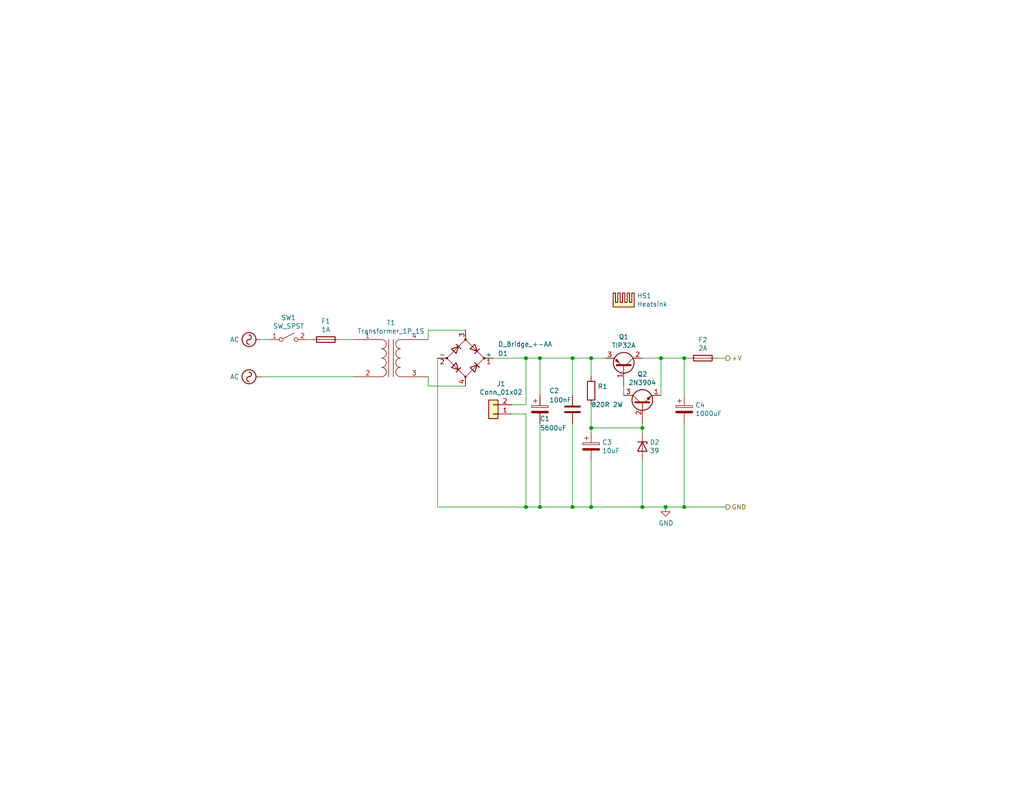
<source format=kicad_sch>
(kicad_sch (version 20230121) (generator eeschema)
  (paper "USLetter")
  (title_block (title "EL CHEAPO") (date "2021-01-05") (rev "0.1") (company "JDC") (comment 1 "Author: John Convertino"))
  (lib_symbols
    (symbol "Connector_Generic:Conn_01x02" (pin_names (offset 1.016) hide)
      (property "Reference" "J" (at 0 2.54 0))
      (property "Value" "Conn_01x02" (at 0 -5.08 0))
      (symbol "Conn_01x02_1_1"
        (rectangle (start -1.27 -2.413) (end 0 -2.667) (stroke (width 0.1524)))
        (rectangle (start -1.27 0.127) (end 0 -0.127) (stroke (width 0.1524)))
        (rectangle (start -1.27 1.27) (end 1.27 -3.81) (stroke (width 0.254)) (fill (type background)))
        (pin passive line (at -5.08 0 0) (length 3.81) (name "Pin_1") (number "1"))
        (pin passive line (at -5.08 -2.54 0) (length 3.81) (name "Pin_2") (number "2"))
      )
    )
    (symbol "Device:C" (pin_numbers hide) (pin_names (offset 0.254))
      (property "Reference" "C" (at 0.635 2.54 0))
      (property "Value" "C" (at 0.635 -2.54 0))
      (symbol "C_0_1"
        (polyline (pts (xy -2.032 -0.762) (xy 2.032 -0.762)) (stroke (width 0.508)))
        (polyline (pts (xy -2.032 0.762) (xy 2.032 0.762)) (stroke (width 0.508)))
      )
      (symbol "C_1_1"
        (pin passive line (at 0 3.81 270) (length 2.794) (name "~") (number "1"))
        (pin passive line (at 0 -3.81 90) (length 2.794) (name "~") (number "2"))
      )
    )
    (symbol "Device:D_Bridge_+-AA" (pin_names (offset 0))
      (property "Reference" "D" (at 2.54 6.985 0))
      (property "Value" "D_Bridge_+-AA" (at 2.54 5.08 0))
      (symbol "D_Bridge_+-AA_0_1"
        (circle (center -5.08 0) (radius 0.254) (fill (type outline)))
        (circle (center 0 -5.08) (radius 0.254) (fill (type outline)))
        (polyline (pts (xy -2.54 3.81) (xy -1.27 2.54)) (stroke (width 0.254)))
        (polyline (pts (xy -1.27 -2.54) (xy -2.54 -3.81)) (stroke (width 0.254)))
        (polyline (pts (xy 2.54 -1.27) (xy 3.81 -2.54)) (stroke (width 0.254)))
        (polyline (pts (xy 2.54 1.27) (xy 3.81 2.54)) (stroke (width 0.254)))
        (polyline (pts (xy -3.81 2.54) (xy -2.54 1.27) (xy -1.905 3.175) (xy -3.81 2.54)) (stroke (width 0.254)))
        (polyline (pts (xy -2.54 -1.27) (xy -3.81 -2.54) (xy -1.905 -3.175) (xy -2.54 -1.27)) (stroke (width 0.254)))
        (polyline (pts (xy 1.27 2.54) (xy 2.54 3.81) (xy 3.175 1.905) (xy 1.27 2.54)) (stroke (width 0.254)))
        (polyline (pts (xy 3.175 -1.905) (xy 1.27 -2.54) (xy 2.54 -3.81) (xy 3.175 -1.905)) (stroke (width 0.254)))
        (polyline (pts (xy -5.08 0) (xy 0 -5.08) (xy 5.08 0) (xy 0 5.08) (xy -5.08 0)))
        (circle (center 0 5.08) (radius 0.254) (fill (type outline)))
        (circle (center 5.08 0) (radius 0.254) (fill (type outline)))
      )
      (symbol "D_Bridge_+-AA_1_1"
        (pin passive line (at 7.62 0 180) (length 2.54) (name "+") (number "1"))
        (pin passive line (at -7.62 0 0) (length 2.54) (name "-") (number "2"))
        (pin passive line (at 0 7.62 270) (length 2.54) (name "~") (number "3"))
        (pin passive line (at 0 -7.62 90) (length 2.54) (name "~") (number "4"))
      )
    )
    (symbol "Device:D_Zener" (pin_numbers hide) (pin_names (offset 1.016) hide)
      (property "Reference" "D" (at 0 2.54 0))
      (property "Value" "D_Zener" (at 0 -2.54 0))
      (symbol "D_Zener_0_1"
        (polyline (pts (xy 1.27 0) (xy -1.27 0)))
        (polyline (pts (xy -1.27 -1.27) (xy -1.27 1.27) (xy -0.762 1.27)) (stroke (width 0.254)))
        (polyline (pts (xy 1.27 -1.27) (xy 1.27 1.27) (xy -1.27 0) (xy 1.27 -1.27)) (stroke (width 0.254)))
      )
      (symbol "D_Zener_1_1"
        (pin passive line (at -3.81 0 0) (length 2.54) (name "K") (number "1"))
        (pin passive line (at 3.81 0 180) (length 2.54) (name "A") (number "2"))
      )
    )
    (symbol "Device:Fuse" (pin_numbers hide) (pin_names (offset 0))
      (property "Reference" "F" (at 2.032 0 90))
      (property "Value" "Fuse" (at -1.905 0 90))
      (symbol "Fuse_0_1"
        (rectangle (start -0.762 -2.54) (end 0.762 2.54) (stroke (width 0.254)))
        (polyline (pts (xy 0 2.54) (xy 0 -2.54)))
      )
      (symbol "Fuse_1_1"
        (pin passive line (at 0 3.81 270) (length 1.27) (name "~") (number "1"))
        (pin passive line (at 0 -3.81 90) (length 1.27) (name "~") (number "2"))
      )
    )
    (symbol "Device:R" (pin_numbers hide) (pin_names (offset 0))
      (property "Reference" "R" (at 2.032 0 90))
      (property "Value" "R" (at 0 0 90))
      (symbol "R_0_1"
        (rectangle (start -1.016 -2.54) (end 1.016 2.54) (stroke (width 0.254)))
      )
      (symbol "R_1_1"
        (pin passive line (at 0 3.81 270) (length 1.27) (name "~") (number "1"))
        (pin passive line (at 0 -3.81 90) (length 1.27) (name "~") (number "2"))
      )
    )
    (symbol "Device:Transformer_1P_1S" (pin_names (offset 1.016) hide)
      (property "Reference" "T" (at 0 6.35 0))
      (property "Value" "Transformer_1P_1S" (at 0 -7.62 0))
      (symbol "Transformer_1P_1S_0_1"
        (arc (start -2.54 -5.0546) (mid -1.6599 -4.6901) (end -1.27 -3.81))
        (arc (start -2.54 -2.5146) (mid -1.6599 -2.1501) (end -1.27 -1.27))
        (arc (start -2.54 0.0254) (mid -1.6599 0.3899) (end -1.27 1.27))
        (arc (start -2.54 2.5654) (mid -1.6599 2.9299) (end -1.27 3.81))
        (arc (start -1.27 -3.81) (mid -1.642 -2.912) (end -2.54 -2.54))
        (arc (start -1.27 -1.27) (mid -1.642 -0.372) (end -2.54 0))
        (arc (start -1.27 1.27) (mid -1.642 2.168) (end -2.54 2.54))
        (arc (start -1.27 3.81) (mid -1.642 4.708) (end -2.54 5.08))
        (polyline (pts (xy -0.635 5.08) (xy -0.635 -5.08)))
        (polyline (pts (xy 0.635 -5.08) (xy 0.635 5.08)))
        (arc (start 1.2954 -1.27) (mid 1.6599 -2.1501) (end 2.54 -2.5146))
        (arc (start 1.2954 1.27) (mid 1.6599 0.3899) (end 2.54 0.0254))
        (arc (start 1.2954 3.81) (mid 1.6599 2.9299) (end 2.54 2.5654))
        (arc (start 1.3208 -3.81) (mid 1.6853 -4.6901) (end 2.5654 -5.0546))
        (arc (start 2.54 0) (mid 1.642 -0.372) (end 1.2954 -1.27))
        (arc (start 2.54 2.54) (mid 1.642 2.168) (end 1.2954 1.27))
        (arc (start 2.54 5.08) (mid 1.642 4.708) (end 1.2954 3.81))
        (arc (start 2.5654 -2.54) (mid 1.6674 -2.912) (end 1.3208 -3.81))
      )
      (symbol "Transformer_1P_1S_1_1"
        (pin passive line (at -10.16 5.08 0) (length 7.62) (name "AA") (number "1"))
        (pin passive line (at -10.16 -5.08 0) (length 7.62) (name "AB") (number "2"))
        (pin passive line (at 10.16 -5.08 180) (length 7.62) (name "SA") (number "3"))
        (pin passive line (at 10.16 5.08 180) (length 7.62) (name "SB") (number "4"))
      )
    )
    (symbol "Mechanical:Heatsink" (pin_names (offset 1.016))
      (property "Reference" "HS" (at 0 5.08 0))
      (property "Value" "Heatsink" (at 0 -1.27 0))
      (symbol "Heatsink_0_1"
        (polyline (pts (xy -0.3302 1.27) (xy -0.9652 1.27) (xy -0.9652 3.81) (xy -1.6002 3.81) (xy -1.6002 1.27) (xy -2.2352 1.27) (xy -2.2352 3.81) (xy -2.8702 3.81) (xy -2.8702 0) (xy -0.9652 0)) (stroke (width 0.254)) (fill (type background)))
        (polyline (pts (xy -0.3302 1.27) (xy -0.3302 3.81) (xy 0.3048 3.81) (xy 0.3048 1.27) (xy 0.9398 1.27) (xy 0.9398 3.81) (xy 1.5748 3.81) (xy 1.5748 1.27) (xy 2.2098 1.27) (xy 2.2098 3.81) (xy 2.8448 3.81) (xy 2.8448 0) (xy -0.9652 0)) (stroke (width 0.254)) (fill (type background)))
      )
    )
    (symbol "Switch:SW_SPST" (pin_names (offset 0) hide)
      (property "Reference" "SW" (at 0 3.175 0))
      (property "Value" "SW_SPST" (at 0 -2.54 0))
      (symbol "SW_SPST_0_0"
        (circle (center -2.032 0) (radius 0.508))
        (polyline (pts (xy -1.524 0.254) (xy 1.524 1.778)))
        (circle (center 2.032 0) (radius 0.508))
      )
      (symbol "SW_SPST_1_1"
        (pin passive line (at -5.08 0 0) (length 2.54) (name "A") (number "1"))
        (pin passive line (at 5.08 0 180) (length 2.54) (name "B") (number "2"))
      )
    )
    (symbol "Transistor_BJT:2N3904" (pin_names (offset 0) hide)
      (property "Reference" "Q" (at 5.08 1.905 0))
      (property "Value" "2N3904" (at 5.08 0 0))
      (symbol "2N3904_0_1"
        (polyline (pts (xy 0.635 0.635) (xy 2.54 2.54)))
        (polyline (pts (xy 0.635 -0.635) (xy 2.54 -2.54) (xy 2.54 -2.54)))
        (polyline (pts (xy 0.635 1.905) (xy 0.635 -1.905) (xy 0.635 -1.905)) (stroke (width 0.508)))
        (polyline (pts (xy 1.27 -1.778) (xy 1.778 -1.27) (xy 2.286 -2.286) (xy 1.27 -1.778) (xy 1.27 -1.778)) (fill (type outline)))
        (circle (center 1.27 0) (radius 2.8194) (stroke (width 0.254)))
      )
      (symbol "2N3904_1_1"
        (pin passive line (at 2.54 -5.08 90) (length 2.54) (name "E") (number "1"))
        (pin passive line (at -5.08 0 0) (length 5.715) (name "B") (number "2"))
        (pin passive line (at 2.54 5.08 270) (length 2.54) (name "C") (number "3"))
      )
    )
    (symbol "Transistor_BJT:TIP42C" (pin_names (offset 0) hide)
      (property "Reference" "Q" (at 6.35 1.905 0))
      (property "Value" "TIP42C" (at 6.35 0 0))
      (symbol "TIP42C_0_1"
        (polyline (pts (xy 0.635 0.635) (xy 2.54 2.54)))
        (polyline (pts (xy 0.635 -0.635) (xy 2.54 -2.54) (xy 2.54 -2.54)))
        (polyline (pts (xy 0.635 1.905) (xy 0.635 -1.905) (xy 0.635 -1.905)) (stroke (width 0.508)))
        (polyline (pts (xy 2.286 -1.778) (xy 1.778 -2.286) (xy 1.27 -1.27) (xy 2.286 -1.778) (xy 2.286 -1.778)) (fill (type outline)))
        (circle (center 1.27 0) (radius 2.8194) (stroke (width 0.254)))
      )
      (symbol "TIP42C_1_1"
        (pin input line (at -5.08 0 0) (length 5.715) (name "B") (number "1"))
        (pin passive line (at 2.54 5.08 270) (length 2.54) (name "C") (number "2"))
        (pin passive line (at 2.54 -5.08 90) (length 2.54) (name "E") (number "3"))
      )
    )
    (symbol "el_cheapo-rescue:CP-Device" (pin_numbers hide) (pin_names (offset 0.254))
      (property "Reference" "C" (at 0.635 2.54 0))
      (property "Value" "Device_CP" (at 0.635 -2.54 0))
      (symbol "CP-Device_0_1"
        (rectangle (start -2.286 0.508) (end 2.286 1.016))
        (polyline (pts (xy -1.778 2.286) (xy -0.762 2.286)))
        (polyline (pts (xy -1.27 2.794) (xy -1.27 1.778)))
        (rectangle (start 2.286 -0.508) (end -2.286 -1.016) (fill (type outline)))
      )
      (symbol "CP-Device_1_1"
        (pin passive line (at 0 3.81 270) (length 2.794) (name "~") (number "1"))
        (pin passive line (at 0 -3.81 90) (length 2.794) (name "~") (number "2"))
      )
    )
    (symbol "power:AC" (power) (pin_names (offset 0))
      (property "Value" "AC" (at 0 6.35 0))
      (symbol "AC_0_1"
        (polyline (pts (xy 0 0) (xy 0 1.27)))
        (arc (start 0 3.175) (mid -0.635 3.8073) (end -1.27 3.175) (stroke (width 0.254)))
        (arc (start 0 3.175) (mid 0.635 2.5427) (end 1.27 3.175) (stroke (width 0.254)))
        (circle (center 0 3.175) (radius 1.905) (stroke (width 0.254)))
      )
      (symbol "AC_1_1"
        (pin power_in line (at 0 0 90) (length 0) hide (name "AC") (number "1"))
      )
    )
    (symbol "power:GND" (power) (pin_names (offset 0))
      (property "Value" "GND" (at 0 -3.81 0))
      (symbol "GND_0_1"
        (polyline (pts (xy 0 0) (xy 0 -1.27) (xy 1.27 -1.27) (xy 0 -2.54) (xy -1.27 -1.27) (xy 0 -1.27)))
      )
      (symbol "GND_1_1"
        (pin power_in line (at 0 0 270) (length 0) hide (name "GND") (number "1"))
      )
    )
  )
  (junction (at 161.29 97.79))
  (junction (at 186.69 97.79))
  (junction (at 180.34 97.79))
  (junction (at 161.29 116.84))
  (junction (at 175.26 138.43))
  (junction (at 143.51 138.43))
  (junction (at 147.32 97.79))
  (junction (at 175.26 116.84))
  (junction (at 161.29 138.43))
  (junction (at 156.21 97.79))
  (junction (at 156.21 138.43))
  (junction (at 143.51 97.79))
  (junction (at 186.69 138.43))
  (junction (at 147.32 138.43))
  (junction (at 181.61 138.43))
  (wire (pts (xy 175.26 116.84) (xy 161.29 116.84)))
  (wire (pts (xy 175.26 118.11) (xy 175.26 116.84)))
  (wire (pts (xy 161.29 138.43) (xy 175.26 138.43)))
  (wire (pts (xy 116.84 105.41) (xy 116.84 102.87)))
  (wire (pts (xy 92.71 92.71) (xy 96.52 92.71)))
  (wire (pts (xy 156.21 97.79) (xy 161.29 97.79)))
  (wire (pts (xy 119.38 97.79) (xy 119.38 138.43)))
  (wire (pts (xy 161.29 110.49) (xy 161.29 116.84)))
  (wire (pts (xy 116.84 105.41) (xy 127 105.41)))
  (wire (pts (xy 186.69 107.95) (xy 186.69 97.79)))
  (wire (pts (xy 175.26 138.43) (xy 181.61 138.43)))
  (wire (pts (xy 175.26 116.84) (xy 175.26 115.57)))
  (wire (pts (xy 181.61 138.43) (xy 186.69 138.43)))
  (wire (pts (xy 83.82 92.71) (xy 85.09 92.71)))
  (wire (pts (xy 186.69 97.79) (xy 187.96 97.79)))
  (wire (pts (xy 143.51 110.49) (xy 143.51 97.79)))
  (wire (pts (xy 139.7 110.49) (xy 143.51 110.49)))
  (wire (pts (xy 156.21 138.43) (xy 161.29 138.43)))
  (wire (pts (xy 147.32 115.57) (xy 147.32 138.43)))
  (wire (pts (xy 143.51 97.79) (xy 147.32 97.79)))
  (wire (pts (xy 161.29 97.79) (xy 165.1 97.79)))
  (wire (pts (xy 195.58 97.79) (xy 198.12 97.79)))
  (wire (pts (xy 116.84 92.71) (xy 116.84 90.17)))
  (wire (pts (xy 180.34 107.95) (xy 180.34 97.79)))
  (wire (pts (xy 186.69 138.43) (xy 198.12 138.43)))
  (wire (pts (xy 147.32 97.79) (xy 156.21 97.79)))
  (wire (pts (xy 143.51 138.43) (xy 147.32 138.43)))
  (wire (pts (xy 175.26 125.73) (xy 175.26 138.43)))
  (wire (pts (xy 161.29 116.84) (xy 161.29 118.11)))
  (wire (pts (xy 175.26 97.79) (xy 180.34 97.79)))
  (wire (pts (xy 156.21 107.95) (xy 156.21 97.79)))
  (wire (pts (xy 161.29 97.79) (xy 161.29 102.87)))
  (wire (pts (xy 119.38 138.43) (xy 143.51 138.43)))
  (wire (pts (xy 161.29 125.73) (xy 161.29 138.43)))
  (wire (pts (xy 134.62 97.79) (xy 143.51 97.79)))
  (wire (pts (xy 139.7 113.03) (xy 143.51 113.03)))
  (wire (pts (xy 186.69 115.57) (xy 186.69 138.43)))
  (wire (pts (xy 180.34 97.79) (xy 186.69 97.79)))
  (wire (pts (xy 71.12 92.71) (xy 73.66 92.71)))
  (wire (pts (xy 96.52 102.87) (xy 71.12 102.87)))
  (wire (pts (xy 147.32 107.95) (xy 147.32 97.79)))
  (wire (pts (xy 170.18 107.95) (xy 170.18 105.41)))
  (wire (pts (xy 156.21 115.57) (xy 156.21 138.43)))
  (wire (pts (xy 116.84 90.17) (xy 127 90.17)))
  (wire (pts (xy 143.51 113.03) (xy 143.51 138.43)))
  (wire (pts (xy 147.32 138.43) (xy 156.21 138.43)))
  (hierarchical_label "GND" (shape output) (at 198.12 138.43 0))
  (hierarchical_label "+V" (shape output) (at 198.12 97.79 0))
  (symbol (lib_id "power:AC") (at 71.12 92.71 90) (unit 1)
    (property "Reference" "#PWR05" (effects hide))
    (property "Value" "AC" (at 65.3034 92.71 90) (effects (justify left)))
  )
  (symbol (lib_id "power:AC") (at 71.12 102.87 90) (unit 1)
    (property "Reference" "#PWR06" (effects hide))
    (property "Value" "AC" (at 65.3034 102.87 90) (effects (justify left)))
  )
  (symbol (lib_id "Device:Transformer_1P_1S") (at 106.68 97.79 0) (unit 1)
    (property "Reference" "T1" (at 106.68 88.1126 0))
    (property "Value" "Transformer_1P_1S" (at 106.68 90.424 0))
  )
  (symbol (lib_id "Device:Fuse") (at 88.9 92.71 270) (unit 1)
    (property "Reference" "F1" (at 88.9 87.7062 90))
    (property "Value" "1A" (at 88.9 90.0176 90))
  )
  (symbol (lib_id "Switch:SW_SPST") (at 78.74 92.71 0) (unit 1)
    (property "Reference" "SW1" (at 78.74 86.741 0))
    (property "Value" "SW_SPST" (at 78.74 89.0524 0))
  )
  (symbol (lib_id "Device:D_Bridge_+-AA") (at 127 97.79 0) (unit 1)
    (property "Reference" "D1" (at 135.89 96.52 0) (effects (justify left)))
    (property "Value" "D_Bridge_+-AA" (at 135.89 93.98 0) (effects (justify left)))
  )
  (symbol (lib_id "el_cheapo-rescue:CP-Device") (at 147.32 111.76 0) (unit 1)
    (property "Reference" "C1" (at 147.32 114.3 0) (effects (justify left)))
    (property "Value" "5600uF" (at 147.32 116.84 0) (effects (justify left)))
  )
  (symbol (lib_id "Transistor_BJT:TIP42C") (at 170.18 100.33 270) (mirror x) (unit 1)
    (property "Reference" "Q1" (at 170.18 91.9988 90))
    (property "Value" "TIP32A" (at 170.18 94.3102 90))
    (property "Footprint" "Package_TO_SOT_THT:TO-220-3_Vertical" (effects hide))
    (property "Datasheet" "https://www.centralsemi.com/get_document.php?cmp=1&mergetype=pd&mergepath=pd&pdf_id=TIP42.PDF" (effects hide))
  )
  (symbol (lib_id "Device:R") (at 161.29 106.68 0) (unit 1)
    (property "Reference" "R1" (at 163.068 105.5116 0) (effects (justify left)))
    (property "Value" "820R 2W" (at 161.29 110.49 0) (effects (justify left)))
    (property "Footprint" "Resistor_THT:R_Axial_DIN0414_L11.9mm_D4.5mm_P15.24mm_Horizontal" (effects hide))
  )
  (symbol (lib_id "Device:D_Zener") (at 175.26 121.92 270) (unit 1)
    (property "Reference" "D2" (at 177.2666 120.7516 90) (effects (justify left)))
    (property "Value" "39" (at 177.2666 123.063 90) (effects (justify left)))
    (property "Footprint" "Diode_THT:D_DO-41_SOD81_P10.16mm_Horizontal" (effects hide))
  )
  (symbol (lib_id "el_cheapo-rescue:CP-Device") (at 161.29 121.92 0) (unit 1)
    (property "Reference" "C3" (at 164.2872 120.7516 0) (effects (justify left)))
    (property "Value" "10uF" (at 164.2872 123.063 0) (effects (justify left)))
    (property "Footprint" "Capacitor_THT:CP_Radial_D5.0mm_P2.00mm" (effects hide))
  )
  (symbol (lib_id "el_cheapo-rescue:CP-Device") (at 186.69 111.76 0) (unit 1)
    (property "Reference" "C4" (at 189.6872 110.5916 0) (effects (justify left)))
    (property "Value" "1000uF" (at 189.6872 112.903 0) (effects (justify left)))
    (property "Footprint" "Capacitor_THT:CP_Radial_D16.0mm_P7.50mm" (effects hide))
  )
  (symbol (lib_id "power:GND") (at 181.61 138.43 0) (unit 1)
    (property "Reference" "#PWR07" (effects hide))
    (property "Value" "GND" (at 181.737 142.8242 0))
  )
  (symbol (lib_id "Transistor_BJT:2N3904") (at 175.26 110.49 90) (unit 1)
    (property "Reference" "Q2" (at 175.26 102.1588 90))
    (property "Value" "2N3904" (at 175.26 104.4702 90))
    (property "Footprint" "Package_TO_SOT_THT:TO-92_Wide" (effects hide))
    (property "Datasheet" "https://www.fairchildsemi.com/datasheets/2N/2N3904.pdf" (effects hide))
  )
  (symbol (lib_id "Connector_Generic:Conn_01x02") (at 134.62 113.03 180) (unit 1)
    (property "Reference" "J1" (at 136.7028 104.775 0))
    (property "Value" "Conn_01x02" (at 136.7028 107.0864 0))
    (property "Footprint" "Connector_Molex:Molex_KK-396_A-41791-0002_1x02_P3.96mm_Vertical" (effects hide))
  )
  (symbol (lib_id "Mechanical:Heatsink") (at 170.18 83.82 0) (unit 1)
    (property "Reference" "HS1" (at 173.7868 80.7466 0) (effects (justify left)))
    (property "Value" "Heatsink" (at 173.7868 83.058 0) (effects (justify left)))
    (property "Footprint" "Heatsink:Heatsink_Fischer_SK104-STC-STIC_35x13mm_2xDrill2.5mm" (effects hide))
  )
  (symbol (lib_id "Device:C") (at 156.21 111.76 0) (unit 1)
    (property "Reference" "C2" (at 149.86 106.68 0) (effects (justify left)))
    (property "Value" "100nF" (at 149.86 109.22 0) (effects (justify left)))
  )
  (symbol (lib_id "Device:Fuse") (at 191.77 97.79 270) (unit 1)
    (property "Reference" "F2" (at 191.77 92.7862 90))
    (property "Value" "2A" (at 191.77 95.0976 90))
    (property "Footprint" "Fuse:Fuse_Blade_ATO_directSolder" (effects hide))
  )
)
</source>
